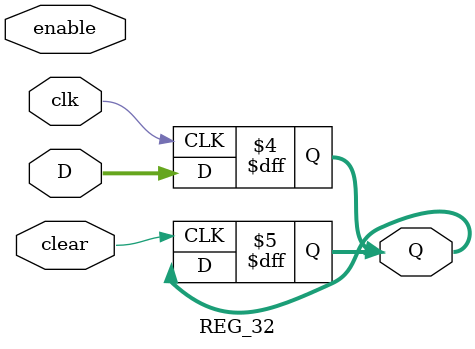
<source format=v>

module REG_32(
    input clk,
    input clear,
    input enable,
    input wire [31:0] D,
    output reg[31:0] Q
);
    always @(posedge clear) begin
		if (clear == 0) begin 
			Q<=0;
		end
	end
	
		always@(posedge clk)
		begin
			Q<=D;
	 end
endmodule



</source>
